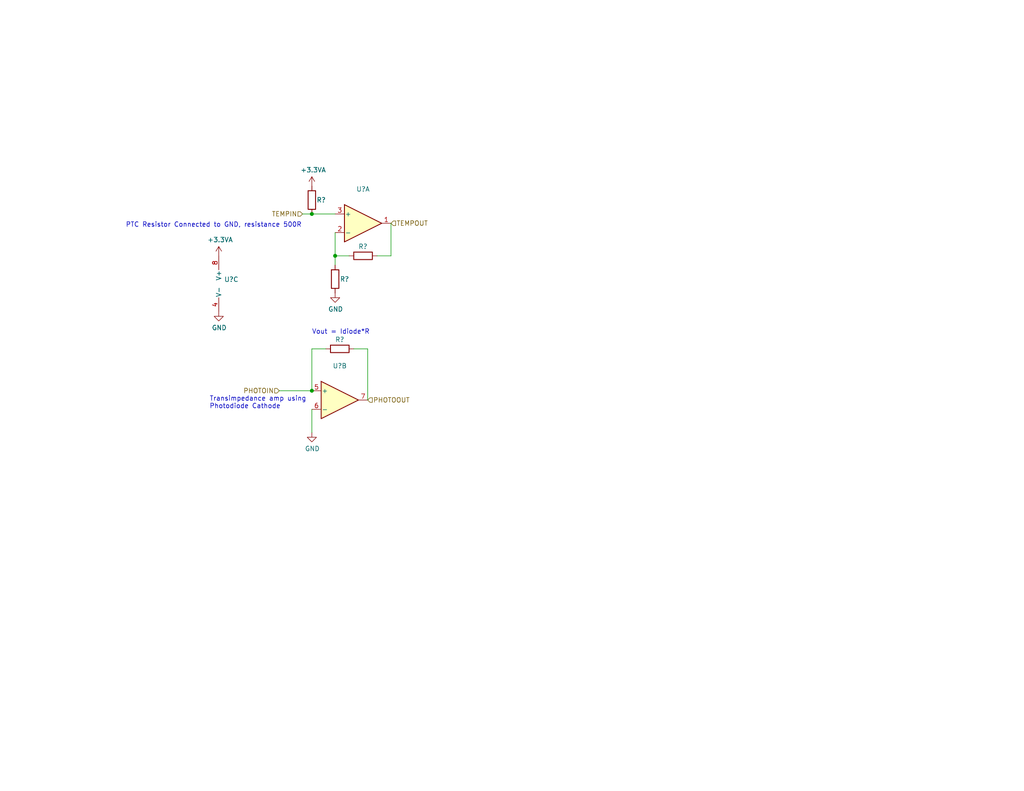
<source format=kicad_sch>
(kicad_sch (version 20211123) (generator eeschema)
  (paper "USLetter")
  (title_block (title "TJ Custom EPS") (rev "0.1") (company "TJHSST Nanosatellite Club") (comment 1 "Converts PTC and Phototdiode outputs to analog signals, for use with ISIS panels") (comment 2 "See http://www.farnell.com/datasheets/442785.pdf") (comment 3 "and http://www.farnell.com/datasheets/125186.pdf") (comment 4 "Engineer: Alan Hsu"))
  (lib_symbols
    (symbol "Amplifier_Operational:LM358" (pin_names (offset 0.127))
      (property "Reference" "U" (at 0 5.08 0))
      (property "Value" "LM358" (at 0 -5.08 0))
      (symbol "LM358_1_1"
        (polyline (pts (xy -5.08 5.08) (xy 5.08 0) (xy -5.08 -5.08) (xy -5.08 5.08)) (stroke (width 0.254)) (fill (type background)))
        (pin output line (at 7.62 0 180) (length 2.54) (name "~") (number "1"))
        (pin input line (at -7.62 -2.54 0) (length 2.54) (name "-") (number "2"))
        (pin input line (at -7.62 2.54 0) (length 2.54) (name "+") (number "3"))
      )
      (symbol "LM358_2_1"
        (polyline (pts (xy -5.08 5.08) (xy 5.08 0) (xy -5.08 -5.08) (xy -5.08 5.08)) (stroke (width 0.254)) (fill (type background)))
        (pin input line (at -7.62 2.54 0) (length 2.54) (name "+") (number "5"))
        (pin input line (at -7.62 -2.54 0) (length 2.54) (name "-") (number "6"))
        (pin output line (at 7.62 0 180) (length 2.54) (name "~") (number "7"))
      )
      (symbol "LM358_3_1"
        (pin power_in line (at -2.54 -7.62 90) (length 3.81) (name "V-") (number "4"))
        (pin power_in line (at -2.54 7.62 270) (length 3.81) (name "V+") (number "8"))
      )
    )
    (symbol "Device:R" (pin_numbers hide) (pin_names (offset 0))
      (property "Reference" "R" (at 2.032 0 90))
      (property "Value" "R" (at 0 0 90))
      (symbol "R_0_1"
        (rectangle (start -1.016 -2.54) (end 1.016 2.54) (stroke (width 0.254)))
      )
      (symbol "R_1_1"
        (pin passive line (at 0 3.81 270) (length 1.27) (name "~") (number "1"))
        (pin passive line (at 0 -3.81 90) (length 1.27) (name "~") (number "2"))
      )
    )
    (symbol "power:+3.3VA" (power) (pin_names (offset 0))
      (property "Value" "+3.3VA" (at 0 3.556 0))
      (symbol "+3.3VA_0_1"
        (polyline (pts (xy -0.762 1.27) (xy 0 2.54)))
        (polyline (pts (xy 0 0) (xy 0 2.54)))
        (polyline (pts (xy 0 2.54) (xy 0.762 1.27)))
      )
      (symbol "+3.3VA_1_1"
        (pin power_in line (at 0 0 90) (length 0) hide (name "+3.3VA") (number "1"))
      )
    )
    (symbol "power:GND" (power) (pin_names (offset 0))
      (property "Value" "GND" (at 0 -3.81 0))
      (symbol "GND_0_1"
        (polyline (pts (xy 0 0) (xy 0 -1.27) (xy 1.27 -1.27) (xy 0 -2.54) (xy -1.27 -1.27) (xy 0 -1.27)))
      )
      (symbol "GND_1_1"
        (pin power_in line (at 0 0 270) (length 0) hide (name "GND") (number "1"))
      )
    )
  )
  (junction (at 85.09 106.68))
  (junction (at 91.44 69.85))
  (junction (at 85.09 58.42))
  (wire (pts (xy 91.44 69.85) (xy 91.44 63.5)))
  (wire (pts (xy 85.09 111.76) (xy 85.09 118.11)))
  (wire (pts (xy 96.52 95.25) (xy 100.33 95.25)))
  (wire (pts (xy 102.87 69.85) (xy 106.68 69.85)))
  (wire (pts (xy 95.25 69.85) (xy 91.44 69.85)))
  (wire (pts (xy 85.09 58.42) (xy 91.44 58.42)))
  (wire (pts (xy 76.2 106.68) (xy 85.09 106.68)))
  (wire (pts (xy 91.44 72.39) (xy 91.44 69.85)))
  (wire (pts (xy 100.33 95.25) (xy 100.33 109.22)))
  (wire (pts (xy 82.55 58.42) (xy 85.09 58.42)))
  (wire (pts (xy 106.68 60.96) (xy 106.68 69.85)))
  (wire (pts (xy 85.09 95.25) (xy 85.09 106.68)))
  (wire (pts (xy 88.9 95.25) (xy 85.09 95.25)))
  (text "PTC Resistor Connected to GND, resistance 500R" (at 34.29 62.23 0) (effects (font (size 1.27 1.27)) (justify left bottom)))
  (text "Vout = Idiode*R" (at 85.09 91.44 0) (effects (font (size 1.27 1.27)) (justify left bottom)))
  (text "Transimpedance amp using\nPhotodiode Cathode" (at 57.15 111.76 0) (effects (font (size 1.27 1.27)) (justify left bottom)))
  (hierarchical_label "TEMPOUT" (shape input) (at 106.68 60.96 0))
  (hierarchical_label "PHOTOIN" (shape input) (at 76.2 106.68 180))
  (hierarchical_label "TEMPIN" (shape input) (at 82.55 58.42 180))
  (hierarchical_label "PHOTOOUT" (shape input) (at 100.33 109.22 0))
  (symbol (lib_id "Device:R") (at 85.09 54.61 0) (unit 1)
    (property "Reference" "R?" (at 86.36 54.61 0) (effects (justify left)))
  )
  (symbol (lib_id "Device:R") (at 92.71 95.25 90) (unit 1)
    (property "Reference" "R?" (at 92.71 92.71 90))
  )
  (symbol (lib_id "Amplifier_Operational:LM358") (at 99.06 60.96 0) (unit 1)
    (property "Reference" "U?" (at 99.06 51.6382 0))
    (property "Datasheet" "http://www.ti.com/lit/ds/symlink/lm2904-n.pdf" (effects hide))
  )
  (symbol (lib_id "Amplifier_Operational:LM358") (at 92.71 109.22 0) (unit 2)
    (property "Reference" "U?" (at 92.71 99.8982 0))
    (property "Datasheet" "http://www.ti.com/lit/ds/symlink/lm2904-n.pdf" (effects hide))
  )
  (symbol (lib_id "Amplifier_Operational:LM358") (at 62.23 77.47 0) (unit 3)
    (property "Reference" "U?" (at 61.1632 76.3016 0) (effects (justify left)))
    (property "Datasheet" "http://www.ti.com/lit/ds/symlink/lm2904-n.pdf" (effects hide))
  )
  (symbol (lib_id "power:+3.3VA") (at 59.69 69.85 0) (unit 1)
    (property "Reference" "#PWR?" (effects hide))
  )
  (symbol (lib_id "power:GND") (at 59.69 85.09 0) (unit 1)
    (property "Reference" "#PWR?" (effects hide))
  )
  (symbol (lib_id "power:+3.3VA") (at 85.09 50.8 0) (unit 1)
    (property "Reference" "#PWR?" (effects hide))
  )
  (symbol (lib_id "Device:R") (at 91.44 76.2 0) (unit 1)
    (property "Reference" "R?" (at 92.71 76.2 0) (effects (justify left)))
  )
  (symbol (lib_id "Device:R") (at 99.06 69.85 90) (unit 1)
    (property "Reference" "R?" (at 100.33 67.31 90) (effects (justify left)))
  )
  (symbol (lib_id "power:GND") (at 91.44 80.01 0) (unit 1)
    (property "Reference" "#PWR?" (effects hide))
  )
  (symbol (lib_id "power:GND") (at 85.09 118.11 0) (unit 1)
    (property "Reference" "#PWR?" (effects hide))
  )
)
</source>
